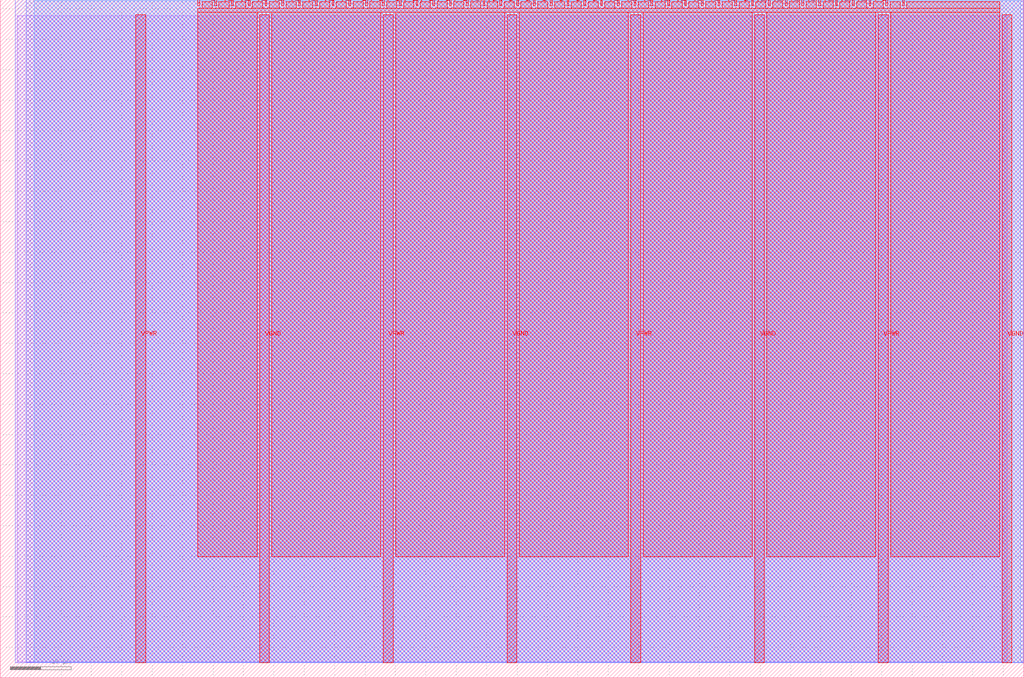
<source format=lef>
VERSION 5.7 ;
  NOWIREEXTENSIONATPIN ON ;
  DIVIDERCHAR "/" ;
  BUSBITCHARS "[]" ;
MACRO tt_um_supertails_tetris
  CLASS BLOCK ;
  FOREIGN tt_um_supertails_tetris ;
  ORIGIN 0.000 0.000 ;
  SIZE 168.360 BY 111.520 ;
  PIN VGND
    DIRECTION INOUT ;
    USE GROUND ;
    PORT
      LAYER met4 ;
        RECT 42.670 2.480 44.270 109.040 ;
    END
    PORT
      LAYER met4 ;
        RECT 83.380 2.480 84.980 109.040 ;
    END
    PORT
      LAYER met4 ;
        RECT 124.090 2.480 125.690 109.040 ;
    END
    PORT
      LAYER met4 ;
        RECT 164.800 2.480 166.400 109.040 ;
    END
  END VGND
  PIN VPWR
    DIRECTION INOUT ;
    USE POWER ;
    PORT
      LAYER met4 ;
        RECT 22.315 2.480 23.915 109.040 ;
    END
    PORT
      LAYER met4 ;
        RECT 63.025 2.480 64.625 109.040 ;
    END
    PORT
      LAYER met4 ;
        RECT 103.735 2.480 105.335 109.040 ;
    END
    PORT
      LAYER met4 ;
        RECT 144.445 2.480 146.045 109.040 ;
    END
  END VPWR
  PIN clk
    DIRECTION INPUT ;
    USE SIGNAL ;
    ANTENNAGATEAREA 0.852000 ;
    PORT
      LAYER met4 ;
        RECT 145.670 110.520 145.970 111.520 ;
    END
  END clk
  PIN ena
    DIRECTION INPUT ;
    USE SIGNAL ;
    PORT
      LAYER met4 ;
        RECT 148.430 110.520 148.730 111.520 ;
    END
  END ena
  PIN rst_n
    DIRECTION INPUT ;
    USE SIGNAL ;
    ANTENNAGATEAREA 0.159000 ;
    PORT
      LAYER met4 ;
        RECT 142.910 110.520 143.210 111.520 ;
    END
  END rst_n
  PIN ui_in[0]
    DIRECTION INPUT ;
    USE SIGNAL ;
    ANTENNAGATEAREA 0.196500 ;
    PORT
      LAYER met4 ;
        RECT 140.150 110.520 140.450 111.520 ;
    END
  END ui_in[0]
  PIN ui_in[1]
    DIRECTION INPUT ;
    USE SIGNAL ;
    ANTENNAGATEAREA 0.196500 ;
    PORT
      LAYER met4 ;
        RECT 137.390 110.520 137.690 111.520 ;
    END
  END ui_in[1]
  PIN ui_in[2]
    DIRECTION INPUT ;
    USE SIGNAL ;
    ANTENNAGATEAREA 0.196500 ;
    PORT
      LAYER met4 ;
        RECT 134.630 110.520 134.930 111.520 ;
    END
  END ui_in[2]
  PIN ui_in[3]
    DIRECTION INPUT ;
    USE SIGNAL ;
    ANTENNAGATEAREA 0.196500 ;
    PORT
      LAYER met4 ;
        RECT 131.870 110.520 132.170 111.520 ;
    END
  END ui_in[3]
  PIN ui_in[4]
    DIRECTION INPUT ;
    USE SIGNAL ;
    ANTENNAGATEAREA 0.196500 ;
    PORT
      LAYER met4 ;
        RECT 129.110 110.520 129.410 111.520 ;
    END
  END ui_in[4]
  PIN ui_in[5]
    DIRECTION INPUT ;
    USE SIGNAL ;
    PORT
      LAYER met4 ;
        RECT 126.350 110.520 126.650 111.520 ;
    END
  END ui_in[5]
  PIN ui_in[6]
    DIRECTION INPUT ;
    USE SIGNAL ;
    PORT
      LAYER met4 ;
        RECT 123.590 110.520 123.890 111.520 ;
    END
  END ui_in[6]
  PIN ui_in[7]
    DIRECTION INPUT ;
    USE SIGNAL ;
    PORT
      LAYER met4 ;
        RECT 120.830 110.520 121.130 111.520 ;
    END
  END ui_in[7]
  PIN uio_in[0]
    DIRECTION INPUT ;
    USE SIGNAL ;
    ANTENNAGATEAREA 0.196500 ;
    PORT
      LAYER met4 ;
        RECT 118.070 110.520 118.370 111.520 ;
    END
  END uio_in[0]
  PIN uio_in[1]
    DIRECTION INPUT ;
    USE SIGNAL ;
    ANTENNAGATEAREA 0.196500 ;
    PORT
      LAYER met4 ;
        RECT 115.310 110.520 115.610 111.520 ;
    END
  END uio_in[1]
  PIN uio_in[2]
    DIRECTION INPUT ;
    USE SIGNAL ;
    ANTENNAGATEAREA 0.196500 ;
    PORT
      LAYER met4 ;
        RECT 112.550 110.520 112.850 111.520 ;
    END
  END uio_in[2]
  PIN uio_in[3]
    DIRECTION INPUT ;
    USE SIGNAL ;
    PORT
      LAYER met4 ;
        RECT 109.790 110.520 110.090 111.520 ;
    END
  END uio_in[3]
  PIN uio_in[4]
    DIRECTION INPUT ;
    USE SIGNAL ;
    PORT
      LAYER met4 ;
        RECT 107.030 110.520 107.330 111.520 ;
    END
  END uio_in[4]
  PIN uio_in[5]
    DIRECTION INPUT ;
    USE SIGNAL ;
    PORT
      LAYER met4 ;
        RECT 104.270 110.520 104.570 111.520 ;
    END
  END uio_in[5]
  PIN uio_in[6]
    DIRECTION INPUT ;
    USE SIGNAL ;
    PORT
      LAYER met4 ;
        RECT 101.510 110.520 101.810 111.520 ;
    END
  END uio_in[6]
  PIN uio_in[7]
    DIRECTION INPUT ;
    USE SIGNAL ;
    PORT
      LAYER met4 ;
        RECT 98.750 110.520 99.050 111.520 ;
    END
  END uio_in[7]
  PIN uio_oe[0]
    DIRECTION OUTPUT TRISTATE ;
    USE SIGNAL ;
    ANTENNADIFFAREA 0.445500 ;
    PORT
      LAYER met4 ;
        RECT 51.830 110.520 52.130 111.520 ;
    END
  END uio_oe[0]
  PIN uio_oe[1]
    DIRECTION OUTPUT TRISTATE ;
    USE SIGNAL ;
    ANTENNADIFFAREA 0.445500 ;
    PORT
      LAYER met4 ;
        RECT 49.070 110.520 49.370 111.520 ;
    END
  END uio_oe[1]
  PIN uio_oe[2]
    DIRECTION OUTPUT TRISTATE ;
    USE SIGNAL ;
    ANTENNADIFFAREA 0.445500 ;
    PORT
      LAYER met4 ;
        RECT 46.310 110.520 46.610 111.520 ;
    END
  END uio_oe[2]
  PIN uio_oe[3]
    DIRECTION OUTPUT TRISTATE ;
    USE SIGNAL ;
    ANTENNADIFFAREA 0.445500 ;
    PORT
      LAYER met4 ;
        RECT 43.550 110.520 43.850 111.520 ;
    END
  END uio_oe[3]
  PIN uio_oe[4]
    DIRECTION OUTPUT TRISTATE ;
    USE SIGNAL ;
    ANTENNADIFFAREA 0.795200 ;
    PORT
      LAYER met4 ;
        RECT 40.790 110.520 41.090 111.520 ;
    END
  END uio_oe[4]
  PIN uio_oe[5]
    DIRECTION OUTPUT TRISTATE ;
    USE SIGNAL ;
    ANTENNAGATEAREA 1.096500 ;
    ANTENNADIFFAREA 0.891000 ;
    PORT
      LAYER met4 ;
        RECT 38.030 110.520 38.330 111.520 ;
    END
  END uio_oe[5]
  PIN uio_oe[6]
    DIRECTION OUTPUT TRISTATE ;
    USE SIGNAL ;
    PORT
      LAYER met4 ;
        RECT 35.270 110.520 35.570 111.520 ;
    END
  END uio_oe[6]
  PIN uio_oe[7]
    DIRECTION OUTPUT TRISTATE ;
    USE SIGNAL ;
    PORT
      LAYER met4 ;
        RECT 32.510 110.520 32.810 111.520 ;
    END
  END uio_oe[7]
  PIN uio_out[0]
    DIRECTION OUTPUT TRISTATE ;
    USE SIGNAL ;
    ANTENNADIFFAREA 0.891000 ;
    PORT
      LAYER met4 ;
        RECT 73.910 110.520 74.210 111.520 ;
    END
  END uio_out[0]
  PIN uio_out[1]
    DIRECTION OUTPUT TRISTATE ;
    USE SIGNAL ;
    ANTENNADIFFAREA 0.891000 ;
    PORT
      LAYER met4 ;
        RECT 71.150 110.520 71.450 111.520 ;
    END
  END uio_out[1]
  PIN uio_out[2]
    DIRECTION OUTPUT TRISTATE ;
    USE SIGNAL ;
    ANTENNADIFFAREA 0.891000 ;
    PORT
      LAYER met4 ;
        RECT 68.390 110.520 68.690 111.520 ;
    END
  END uio_out[2]
  PIN uio_out[3]
    DIRECTION OUTPUT TRISTATE ;
    USE SIGNAL ;
    ANTENNADIFFAREA 1.288000 ;
    PORT
      LAYER met4 ;
        RECT 65.630 110.520 65.930 111.520 ;
    END
  END uio_out[3]
  PIN uio_out[4]
    DIRECTION OUTPUT TRISTATE ;
    USE SIGNAL ;
    ANTENNADIFFAREA 1.242000 ;
    PORT
      LAYER met4 ;
        RECT 62.870 110.520 63.170 111.520 ;
    END
  END uio_out[4]
  PIN uio_out[5]
    DIRECTION OUTPUT TRISTATE ;
    USE SIGNAL ;
    ANTENNADIFFAREA 0.891000 ;
    PORT
      LAYER met4 ;
        RECT 60.110 110.520 60.410 111.520 ;
    END
  END uio_out[5]
  PIN uio_out[6]
    DIRECTION OUTPUT TRISTATE ;
    USE SIGNAL ;
    PORT
      LAYER met4 ;
        RECT 57.350 110.520 57.650 111.520 ;
    END
  END uio_out[6]
  PIN uio_out[7]
    DIRECTION OUTPUT TRISTATE ;
    USE SIGNAL ;
    ANTENNADIFFAREA 0.445500 ;
    PORT
      LAYER met4 ;
        RECT 54.590 110.520 54.890 111.520 ;
    END
  END uio_out[7]
  PIN uo_out[0]
    DIRECTION OUTPUT TRISTATE ;
    USE SIGNAL ;
    ANTENNADIFFAREA 0.795200 ;
    PORT
      LAYER met4 ;
        RECT 95.990 110.520 96.290 111.520 ;
    END
  END uo_out[0]
  PIN uo_out[1]
    DIRECTION OUTPUT TRISTATE ;
    USE SIGNAL ;
    ANTENNADIFFAREA 0.795200 ;
    PORT
      LAYER met4 ;
        RECT 93.230 110.520 93.530 111.520 ;
    END
  END uo_out[1]
  PIN uo_out[2]
    DIRECTION OUTPUT TRISTATE ;
    USE SIGNAL ;
    ANTENNADIFFAREA 0.795200 ;
    PORT
      LAYER met4 ;
        RECT 90.470 110.520 90.770 111.520 ;
    END
  END uo_out[2]
  PIN uo_out[3]
    DIRECTION OUTPUT TRISTATE ;
    USE SIGNAL ;
    ANTENNADIFFAREA 0.795200 ;
    PORT
      LAYER met4 ;
        RECT 87.710 110.520 88.010 111.520 ;
    END
  END uo_out[3]
  PIN uo_out[4]
    DIRECTION OUTPUT TRISTATE ;
    USE SIGNAL ;
    ANTENNADIFFAREA 0.795200 ;
    PORT
      LAYER met4 ;
        RECT 84.950 110.520 85.250 111.520 ;
    END
  END uo_out[4]
  PIN uo_out[5]
    DIRECTION OUTPUT TRISTATE ;
    USE SIGNAL ;
    ANTENNADIFFAREA 0.795200 ;
    PORT
      LAYER met4 ;
        RECT 82.190 110.520 82.490 111.520 ;
    END
  END uo_out[5]
  PIN uo_out[6]
    DIRECTION OUTPUT TRISTATE ;
    USE SIGNAL ;
    ANTENNADIFFAREA 0.795200 ;
    PORT
      LAYER met4 ;
        RECT 79.430 110.520 79.730 111.520 ;
    END
  END uo_out[6]
  PIN uo_out[7]
    DIRECTION OUTPUT TRISTATE ;
    USE SIGNAL ;
    ANTENNADIFFAREA 0.795200 ;
    PORT
      LAYER met4 ;
        RECT 76.670 110.520 76.970 111.520 ;
    END
  END uo_out[7]
  OBS
      LAYER li1 ;
        RECT 2.760 2.635 165.600 108.885 ;
      LAYER met1 ;
        RECT 2.460 2.480 168.290 111.480 ;
      LAYER met2 ;
        RECT 4.240 2.535 168.260 111.510 ;
      LAYER met3 ;
        RECT 5.585 2.555 167.835 111.345 ;
      LAYER met4 ;
        RECT 33.210 110.120 34.870 111.170 ;
        RECT 35.970 110.120 37.630 111.170 ;
        RECT 38.730 110.120 40.390 111.170 ;
        RECT 41.490 110.120 43.150 111.170 ;
        RECT 44.250 110.120 45.910 111.170 ;
        RECT 47.010 110.120 48.670 111.170 ;
        RECT 49.770 110.120 51.430 111.170 ;
        RECT 52.530 110.120 54.190 111.170 ;
        RECT 55.290 110.120 56.950 111.170 ;
        RECT 58.050 110.120 59.710 111.170 ;
        RECT 60.810 110.120 62.470 111.170 ;
        RECT 63.570 110.120 65.230 111.170 ;
        RECT 66.330 110.120 67.990 111.170 ;
        RECT 69.090 110.120 70.750 111.170 ;
        RECT 71.850 110.120 73.510 111.170 ;
        RECT 74.610 110.120 76.270 111.170 ;
        RECT 77.370 110.120 79.030 111.170 ;
        RECT 80.130 110.120 81.790 111.170 ;
        RECT 82.890 110.120 84.550 111.170 ;
        RECT 85.650 110.120 87.310 111.170 ;
        RECT 88.410 110.120 90.070 111.170 ;
        RECT 91.170 110.120 92.830 111.170 ;
        RECT 93.930 110.120 95.590 111.170 ;
        RECT 96.690 110.120 98.350 111.170 ;
        RECT 99.450 110.120 101.110 111.170 ;
        RECT 102.210 110.120 103.870 111.170 ;
        RECT 104.970 110.120 106.630 111.170 ;
        RECT 107.730 110.120 109.390 111.170 ;
        RECT 110.490 110.120 112.150 111.170 ;
        RECT 113.250 110.120 114.910 111.170 ;
        RECT 116.010 110.120 117.670 111.170 ;
        RECT 118.770 110.120 120.430 111.170 ;
        RECT 121.530 110.120 123.190 111.170 ;
        RECT 124.290 110.120 125.950 111.170 ;
        RECT 127.050 110.120 128.710 111.170 ;
        RECT 129.810 110.120 131.470 111.170 ;
        RECT 132.570 110.120 134.230 111.170 ;
        RECT 135.330 110.120 136.990 111.170 ;
        RECT 138.090 110.120 139.750 111.170 ;
        RECT 140.850 110.120 142.510 111.170 ;
        RECT 143.610 110.120 145.270 111.170 ;
        RECT 146.370 110.120 148.030 111.170 ;
        RECT 149.130 110.120 164.385 111.170 ;
        RECT 32.495 109.440 164.385 110.120 ;
        RECT 32.495 19.895 42.270 109.440 ;
        RECT 44.670 19.895 62.625 109.440 ;
        RECT 65.025 19.895 82.980 109.440 ;
        RECT 85.380 19.895 103.335 109.440 ;
        RECT 105.735 19.895 123.690 109.440 ;
        RECT 126.090 19.895 144.045 109.440 ;
        RECT 146.445 19.895 164.385 109.440 ;
  END
END tt_um_supertails_tetris
END LIBRARY


</source>
